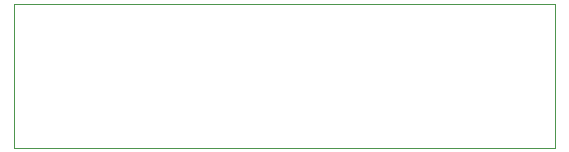
<source format=gbr>
%TF.GenerationSoftware,KiCad,Pcbnew,6.0.2+dfsg-1*%
%TF.CreationDate,2024-01-30T23:14:53-06:00*%
%TF.ProjectId,PCB,5043422e-6b69-4636-9164-5f7063625858,0.11*%
%TF.SameCoordinates,Original*%
%TF.FileFunction,Profile,NP*%
%FSLAX46Y46*%
G04 Gerber Fmt 4.6, Leading zero omitted, Abs format (unit mm)*
G04 Created by KiCad (PCBNEW 6.0.2+dfsg-1) date 2024-01-30 23:14:53*
%MOMM*%
%LPD*%
G01*
G04 APERTURE LIST*
%TA.AperFunction,Profile*%
%ADD10C,0.100000*%
%TD*%
G04 APERTURE END LIST*
D10*
X128740000Y-87840000D02*
X174560000Y-87840000D01*
X174560000Y-87840000D02*
X174560000Y-100040000D01*
X174560000Y-100040000D02*
X128740000Y-100040000D01*
X128740000Y-100040000D02*
X128740000Y-87840000D01*
M02*

</source>
